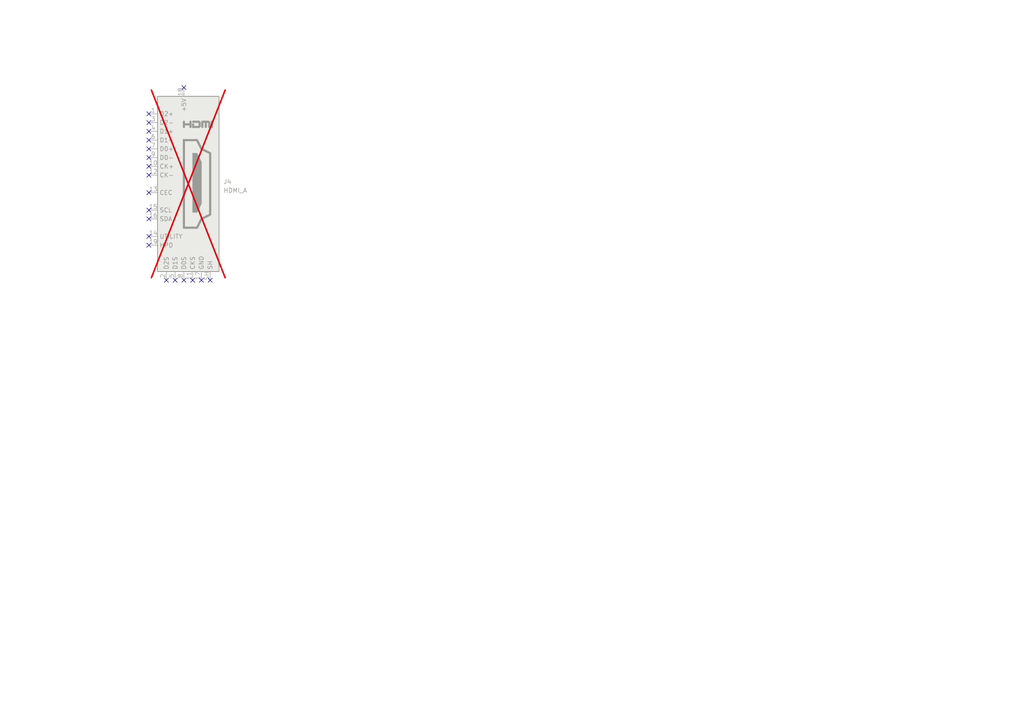
<source format=kicad_sch>
(kicad_sch (version 20230121) (generator eeschema)
  (paper "A4")
  (lib_symbols
    (symbol "Connector:HDMI_A"
      (property "Reference" "J" (at -6.35 26.67 0))
      (property "Value" "HDMI_A" (at 10.16 26.67 0))
      (symbol "HDMI_A_0_0"
        (polyline (pts (xy 8.128 16.51) (xy 8.128 18.034)) (stroke (width 0.635)))
        (polyline (pts (xy 0 16.51) (xy 0 18.034) (xy 0 17.272) (xy 1.905 17.272) (xy 1.905 18.034) (xy 1.905 16.51)) (stroke (width 0.635)))
        (polyline (pts (xy 2.667 18.034) (xy 4.318 18.034) (xy 4.572 17.78) (xy 4.572 16.764) (xy 4.318 16.51) (xy 2.667 16.51) (xy 2.667 17.272)) (stroke (width 0.635)))
      )
      (symbol "HDMI_A_0_1"
        (rectangle (start -7.62 25.4) (end 10.16 -25.4) (stroke (width 0.254)) (fill (type background)))
        (polyline (pts (xy 2.54 8.89) (xy 3.81 8.89) (xy 5.08 6.35) (xy 5.08 -5.715) (xy 3.81 -8.255) (xy 2.54 -8.255) (xy 2.54 8.89)) (fill (type outline)))
        (polyline (pts (xy 5.334 16.51) (xy 5.334 18.034) (xy 6.35 18.034) (xy 6.35 16.51) (xy 6.35 18.034) (xy 7.112 18.034) (xy 7.366 17.78) (xy 7.366 16.51)) (stroke (width 0.635)))
        (polyline (pts (xy 0 12.7) (xy 0 -12.7) (xy 3.81 -12.7) (xy 5.08 -10.16) (xy 7.62 -8.89) (xy 7.62 8.89) (xy 5.08 10.16) (xy 3.81 12.7) (xy 0 12.7)) (stroke (width 0.635)))
      )
      (symbol "HDMI_A_1_1"
        (pin passive line (at -10.16 20.32 0) (length 2.54) (name "D2+") (number "1"))
        (pin passive line (at -10.16 5.08 0) (length 2.54) (name "CK+") (number "10"))
        (pin power_in line (at 2.54 -27.94 90) (length 2.54) (name "CKS") (number "11"))
        (pin passive line (at -10.16 2.54 0) (length 2.54) (name "CK-") (number "12"))
        (pin bidirectional line (at -10.16 -2.54 0) (length 2.54) (name "CEC") (number "13"))
        (pin passive line (at -10.16 -15.24 0) (length 2.54) (name "UTILITY") (number "14"))
        (pin passive line (at -10.16 -7.62 0) (length 2.54) (name "SCL") (number "15"))
        (pin bidirectional line (at -10.16 -10.16 0) (length 2.54) (name "SDA") (number "16"))
        (pin power_in line (at 5.08 -27.94 90) (length 2.54) (name "GND") (number "17"))
        (pin power_in line (at 0 27.94 270) (length 2.54) (name "+5V") (number "18"))
        (pin passive line (at -10.16 -17.78 0) (length 2.54) (name "HPD") (number "19"))
        (pin power_in line (at -5.08 -27.94 90) (length 2.54) (name "D2S") (number "2"))
        (pin passive line (at -10.16 17.78 0) (length 2.54) (name "D2-") (number "3"))
        (pin passive line (at -10.16 15.24 0) (length 2.54) (name "D1+") (number "4"))
        (pin power_in line (at -2.54 -27.94 90) (length 2.54) (name "D1S") (number "5"))
        (pin passive line (at -10.16 12.7 0) (length 2.54) (name "D1-") (number "6"))
        (pin passive line (at -10.16 10.16 0) (length 2.54) (name "D0+") (number "7"))
        (pin power_in line (at 0 -27.94 90) (length 2.54) (name "D0S") (number "8"))
        (pin passive line (at -10.16 7.62 0) (length 2.54) (name "D0-") (number "9"))
        (pin passive line (at 7.62 -27.94 90) (length 2.54) (name "SH") (number "SH"))
      )
    )
  )
  (no_connect (at 43.18 38.1))
  (no_connect (at 43.18 50.8))
  (no_connect (at 43.18 40.64))
  (no_connect (at 43.18 48.26))
  (no_connect (at 43.18 71.12))
  (no_connect (at 53.34 25.4))
  (no_connect (at 58.42 81.28))
  (no_connect (at 43.18 68.58))
  (no_connect (at 43.18 63.5))
  (no_connect (at 43.18 60.96))
  (no_connect (at 60.96 81.28))
  (no_connect (at 50.8 81.28))
  (no_connect (at 48.26 81.28))
  (no_connect (at 53.34 81.28))
  (no_connect (at 43.18 45.72))
  (no_connect (at 43.18 33.02))
  (no_connect (at 55.88 81.28))
  (no_connect (at 43.18 55.88))
  (no_connect (at 43.18 35.56))
  (no_connect (at 43.18 43.18))
  (symbol (lib_id "Connector:HDMI_A") (at 53.34 53.34 0) (unit 1) (dnp yes)
    (property "Reference" "J4" (at 64.77 52.705 0) (effects (justify left)))
    (property "Value" "HDMI_A" (at 64.77 55.245 0) (effects (justify left)))
    (property "Footprint" "Connector_HDMI:HDMI_A_Amphenol_10029449-x01xLF_Horizontal" (effects hide))
    (property "Datasheet" "https://en.wikipedia.org/wiki/HDMI" (effects hide))
    (property "Sim.Enable" "0" (effects hide))
  )
)
</source>
